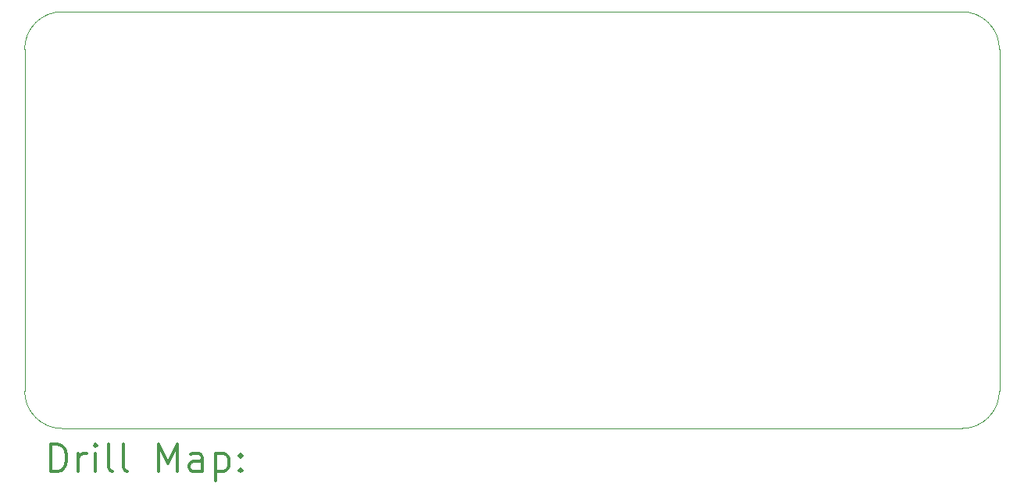
<source format=gbr>
%FSLAX45Y45*%
G04 Gerber Fmt 4.5, Leading zero omitted, Abs format (unit mm)*
G04 Created by KiCad (PCBNEW (5.1.9-0-10_14)) date 2021-06-10 12:39:00*
%MOMM*%
%LPD*%
G01*
G04 APERTURE LIST*
%TA.AperFunction,Profile*%
%ADD10C,0.050000*%
%TD*%
%ADD11C,0.200000*%
%ADD12C,0.300000*%
G04 APERTURE END LIST*
D10*
X17754600Y-12750800D02*
X8001000Y-12750800D01*
X18161000Y-8636000D02*
X18161000Y-12344400D01*
X8001000Y-8229600D02*
X17754600Y-8229600D01*
X7594600Y-12344400D02*
X7594600Y-8636000D01*
X8001000Y-12750800D02*
G75*
G02*
X7594600Y-12344400I0J406400D01*
G01*
X7594600Y-8636000D02*
G75*
G02*
X8001000Y-8229600I406400J0D01*
G01*
X17754600Y-8229600D02*
G75*
G02*
X18161000Y-8636000I0J-406400D01*
G01*
X18161000Y-12344400D02*
G75*
G02*
X17754600Y-12750800I-406400J0D01*
G01*
D11*
D12*
X7878528Y-13219014D02*
X7878528Y-12919014D01*
X7949957Y-12919014D01*
X7992814Y-12933300D01*
X8021386Y-12961871D01*
X8035671Y-12990443D01*
X8049957Y-13047586D01*
X8049957Y-13090443D01*
X8035671Y-13147586D01*
X8021386Y-13176157D01*
X7992814Y-13204729D01*
X7949957Y-13219014D01*
X7878528Y-13219014D01*
X8178528Y-13219014D02*
X8178528Y-13019014D01*
X8178528Y-13076157D02*
X8192814Y-13047586D01*
X8207100Y-13033300D01*
X8235671Y-13019014D01*
X8264243Y-13019014D01*
X8364243Y-13219014D02*
X8364243Y-13019014D01*
X8364243Y-12919014D02*
X8349957Y-12933300D01*
X8364243Y-12947586D01*
X8378528Y-12933300D01*
X8364243Y-12919014D01*
X8364243Y-12947586D01*
X8549957Y-13219014D02*
X8521386Y-13204729D01*
X8507100Y-13176157D01*
X8507100Y-12919014D01*
X8707100Y-13219014D02*
X8678528Y-13204729D01*
X8664243Y-13176157D01*
X8664243Y-12919014D01*
X9049957Y-13219014D02*
X9049957Y-12919014D01*
X9149957Y-13133300D01*
X9249957Y-12919014D01*
X9249957Y-13219014D01*
X9521386Y-13219014D02*
X9521386Y-13061871D01*
X9507100Y-13033300D01*
X9478528Y-13019014D01*
X9421386Y-13019014D01*
X9392814Y-13033300D01*
X9521386Y-13204729D02*
X9492814Y-13219014D01*
X9421386Y-13219014D01*
X9392814Y-13204729D01*
X9378528Y-13176157D01*
X9378528Y-13147586D01*
X9392814Y-13119014D01*
X9421386Y-13104729D01*
X9492814Y-13104729D01*
X9521386Y-13090443D01*
X9664243Y-13019014D02*
X9664243Y-13319014D01*
X9664243Y-13033300D02*
X9692814Y-13019014D01*
X9749957Y-13019014D01*
X9778528Y-13033300D01*
X9792814Y-13047586D01*
X9807100Y-13076157D01*
X9807100Y-13161871D01*
X9792814Y-13190443D01*
X9778528Y-13204729D01*
X9749957Y-13219014D01*
X9692814Y-13219014D01*
X9664243Y-13204729D01*
X9935671Y-13190443D02*
X9949957Y-13204729D01*
X9935671Y-13219014D01*
X9921386Y-13204729D01*
X9935671Y-13190443D01*
X9935671Y-13219014D01*
X9935671Y-13033300D02*
X9949957Y-13047586D01*
X9935671Y-13061871D01*
X9921386Y-13047586D01*
X9935671Y-13033300D01*
X9935671Y-13061871D01*
M02*

</source>
